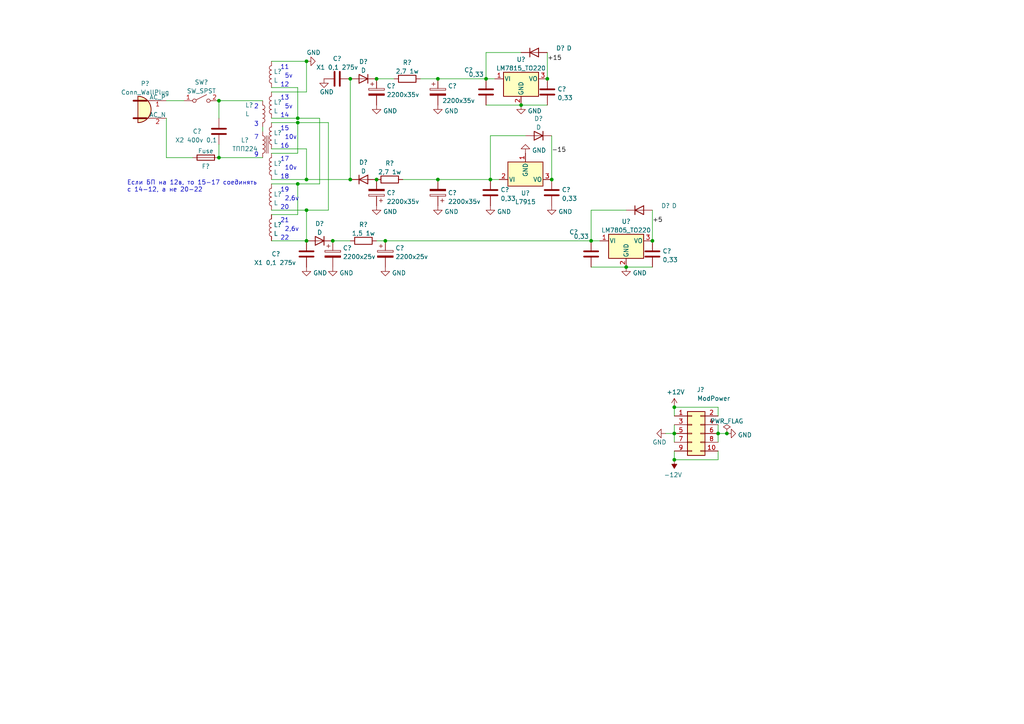
<source format=kicad_sch>
(kicad_sch (version 20211123) (generator eeschema)
  (paper "A4")
  (lib_symbols
    (symbol "Connector:Conn_WallPlug" (pin_names (offset 0))
      (property "Reference" "P" (at -1.27 4.445 0))
      (property "Value" "Conn_WallPlug" (at -5.715 0 90))
      (symbol "Conn_WallPlug_0_1"
        (arc (start -3.175 -3.81) (mid 0.635 0) (end -3.175 3.81) (stroke (width 0.254)) (fill (type background)))
        (polyline (pts (xy -4.445 -2.54) (xy -0.635 -2.54)) (stroke (width 0.508)))
        (polyline (pts (xy -4.445 2.54) (xy -0.635 2.54)) (stroke (width 0.508)))
        (polyline (pts (xy -3.175 -3.81) (xy -3.175 3.81)) (stroke (width 0.254)))
        (polyline (pts (xy -0.635 -2.54) (xy 2.54 -2.54)))
        (polyline (pts (xy -0.635 2.54) (xy 2.54 2.54)))
      )
      (symbol "Conn_WallPlug_1_1"
        (pin power_out line (at 5.08 2.54 180) (length 5.08) (name "AC_P") (number "1"))
        (pin power_out line (at 5.08 -2.54 180) (length 5.08) (name "AC_N") (number "2"))
      )
    )
    (symbol "Connector_Generic:Conn_02x05_Odd_Even" (pin_names (offset 1.016) hide)
      (property "Reference" "J" (at 1.27 7.62 0))
      (property "Value" "Conn_02x05_Odd_Even" (at 1.27 -7.62 0))
      (symbol "Conn_02x05_Odd_Even_1_1"
        (rectangle (start -1.27 -4.953) (end 0 -5.207) (stroke (width 0.1524)))
        (rectangle (start -1.27 -2.413) (end 0 -2.667) (stroke (width 0.1524)))
        (rectangle (start -1.27 0.127) (end 0 -0.127) (stroke (width 0.1524)))
        (rectangle (start -1.27 2.667) (end 0 2.413) (stroke (width 0.1524)))
        (rectangle (start -1.27 5.207) (end 0 4.953) (stroke (width 0.1524)))
        (rectangle (start -1.27 6.35) (end 3.81 -6.35) (stroke (width 0.254)) (fill (type background)))
        (rectangle (start 3.81 -4.953) (end 2.54 -5.207) (stroke (width 0.1524)))
        (rectangle (start 3.81 -2.413) (end 2.54 -2.667) (stroke (width 0.1524)))
        (rectangle (start 3.81 0.127) (end 2.54 -0.127) (stroke (width 0.1524)))
        (rectangle (start 3.81 2.667) (end 2.54 2.413) (stroke (width 0.1524)))
        (rectangle (start 3.81 5.207) (end 2.54 4.953) (stroke (width 0.1524)))
        (pin passive line (at -5.08 5.08 0) (length 3.81) (name "Pin_1") (number "1"))
        (pin passive line (at 7.62 -5.08 180) (length 3.81) (name "Pin_10") (number "10"))
        (pin passive line (at 7.62 5.08 180) (length 3.81) (name "Pin_2") (number "2"))
        (pin passive line (at -5.08 2.54 0) (length 3.81) (name "Pin_3") (number "3"))
        (pin passive line (at 7.62 2.54 180) (length 3.81) (name "Pin_4") (number "4"))
        (pin passive line (at -5.08 0 0) (length 3.81) (name "Pin_5") (number "5"))
        (pin passive line (at 7.62 0 180) (length 3.81) (name "Pin_6") (number "6"))
        (pin passive line (at -5.08 -2.54 0) (length 3.81) (name "Pin_7") (number "7"))
        (pin passive line (at 7.62 -2.54 180) (length 3.81) (name "Pin_8") (number "8"))
        (pin passive line (at -5.08 -5.08 0) (length 3.81) (name "Pin_9") (number "9"))
      )
    )
    (symbol "Device:C" (pin_numbers hide) (pin_names (offset 0.254))
      (property "Reference" "C" (at 0.635 2.54 0))
      (property "Value" "C" (at 0.635 -2.54 0))
      (symbol "C_0_1"
        (polyline (pts (xy -2.032 -0.762) (xy 2.032 -0.762)) (stroke (width 0.508)))
        (polyline (pts (xy -2.032 0.762) (xy 2.032 0.762)) (stroke (width 0.508)))
      )
      (symbol "C_1_1"
        (pin passive line (at 0 3.81 270) (length 2.794) (name "~") (number "1"))
        (pin passive line (at 0 -3.81 90) (length 2.794) (name "~") (number "2"))
      )
    )
    (symbol "Device:C_Polarized" (pin_numbers hide) (pin_names (offset 0.254))
      (property "Reference" "C" (at 0.635 2.54 0))
      (property "Value" "C_Polarized" (at 0.635 -2.54 0))
      (symbol "C_Polarized_0_1"
        (rectangle (start -2.286 0.508) (end 2.286 1.016))
        (polyline (pts (xy -1.778 2.286) (xy -0.762 2.286)))
        (polyline (pts (xy -1.27 2.794) (xy -1.27 1.778)))
        (rectangle (start 2.286 -0.508) (end -2.286 -1.016) (fill (type outline)))
      )
      (symbol "C_Polarized_1_1"
        (pin passive line (at 0 3.81 270) (length 2.794) (name "~") (number "1"))
        (pin passive line (at 0 -3.81 90) (length 2.794) (name "~") (number "2"))
      )
    )
    (symbol "Device:D" (pin_numbers hide) (pin_names (offset 1.016) hide)
      (property "Reference" "D" (at 0 2.54 0))
      (property "Value" "D" (at 0 -2.54 0))
      (symbol "D_0_1"
        (polyline (pts (xy -1.27 1.27) (xy -1.27 -1.27)) (stroke (width 0.254)))
        (polyline (pts (xy 1.27 0) (xy -1.27 0)))
        (polyline (pts (xy 1.27 1.27) (xy 1.27 -1.27) (xy -1.27 0) (xy 1.27 1.27)) (stroke (width 0.254)))
      )
      (symbol "D_1_1"
        (pin passive line (at -3.81 0 0) (length 2.54) (name "K") (number "1"))
        (pin passive line (at 3.81 0 180) (length 2.54) (name "A") (number "2"))
      )
    )
    (symbol "Device:Fuse" (pin_numbers hide) (pin_names (offset 0))
      (property "Reference" "F" (at 2.032 0 90))
      (property "Value" "Fuse" (at -1.905 0 90))
      (symbol "Fuse_0_1"
        (rectangle (start -0.762 -2.54) (end 0.762 2.54) (stroke (width 0.254)))
        (polyline (pts (xy 0 2.54) (xy 0 -2.54)))
      )
      (symbol "Fuse_1_1"
        (pin passive line (at 0 3.81 270) (length 1.27) (name "~") (number "1"))
        (pin passive line (at 0 -3.81 90) (length 1.27) (name "~") (number "2"))
      )
    )
    (symbol "Device:L" (pin_numbers hide) (pin_names (offset 1.016) hide)
      (property "Reference" "L" (at -1.27 0 90))
      (property "Value" "L" (at 1.905 0 90))
      (symbol "L_0_1"
        (arc (start 0 -2.54) (mid 0.635 -1.905) (end 0 -1.27))
        (arc (start 0 -1.27) (mid 0.635 -0.635) (end 0 0))
        (arc (start 0 0) (mid 0.635 0.635) (end 0 1.27))
        (arc (start 0 1.27) (mid 0.635 1.905) (end 0 2.54))
      )
      (symbol "L_1_1"
        (pin passive line (at 0 3.81 270) (length 1.27) (name "1") (number "1"))
        (pin passive line (at 0 -3.81 90) (length 1.27) (name "2") (number "2"))
      )
    )
    (symbol "Device:L_Iron" (pin_numbers hide) (pin_names (offset 1.016) hide)
      (property "Reference" "L" (at -1.27 0 90))
      (property "Value" "L_Iron" (at 2.794 0 90))
      (symbol "L_Iron_0_1"
        (arc (start 0 -2.54) (mid 0.635 -1.905) (end 0 -1.27))
        (arc (start 0 -1.27) (mid 0.635 -0.635) (end 0 0))
        (polyline (pts (xy 1.016 2.54) (xy 1.016 -2.54)))
        (polyline (pts (xy 1.524 -2.54) (xy 1.524 2.54)))
        (arc (start 0 0) (mid 0.635 0.635) (end 0 1.27))
        (arc (start 0 1.27) (mid 0.635 1.905) (end 0 2.54))
      )
      (symbol "L_Iron_1_1"
        (pin passive line (at 0 3.81 270) (length 1.27) (name "1") (number "1"))
        (pin passive line (at 0 -3.81 90) (length 1.27) (name "2") (number "2"))
      )
    )
    (symbol "Device:R" (pin_numbers hide) (pin_names (offset 0))
      (property "Reference" "R" (at 2.032 0 90))
      (property "Value" "R" (at 0 0 90))
      (symbol "R_0_1"
        (rectangle (start -1.016 -2.54) (end 1.016 2.54) (stroke (width 0.254)))
      )
      (symbol "R_1_1"
        (pin passive line (at 0 3.81 270) (length 1.27) (name "~") (number "1"))
        (pin passive line (at 0 -3.81 90) (length 1.27) (name "~") (number "2"))
      )
    )
    (symbol "Regulator_Linear:L7915" (pin_names (offset 0.254))
      (property "Reference" "U" (at -3.81 -3.175 0))
      (property "Value" "L7915" (at 0 -3.175 0))
      (symbol "L7915_0_1"
        (rectangle (start -5.08 5.08) (end 5.08 -1.905) (stroke (width 0.254)) (fill (type background)))
      )
      (symbol "L7915_1_1"
        (pin power_in line (at 0 7.62 270) (length 2.54) (name "GND") (number "1"))
        (pin power_in line (at -7.62 0 0) (length 2.54) (name "VI") (number "2"))
        (pin power_out line (at 7.62 0 180) (length 2.54) (name "VO") (number "3"))
      )
    )
    (symbol "Regulator_Linear:LM7805_TO220" (pin_names (offset 0.254))
      (property "Reference" "U" (at -3.81 3.175 0))
      (property "Value" "LM7805_TO220" (at 0 3.175 0))
      (symbol "LM7805_TO220_0_1"
        (rectangle (start -5.08 1.905) (end 5.08 -5.08) (stroke (width 0.254)) (fill (type background)))
      )
      (symbol "LM7805_TO220_1_1"
        (pin power_in line (at -7.62 0 0) (length 2.54) (name "VI") (number "1"))
        (pin power_in line (at 0 -7.62 90) (length 2.54) (name "GND") (number "2"))
        (pin power_out line (at 7.62 0 180) (length 2.54) (name "VO") (number "3"))
      )
    )
    (symbol "Regulator_Linear:LM7815_TO220" (pin_names (offset 0.254))
      (property "Reference" "U" (at -3.81 3.175 0))
      (property "Value" "LM7815_TO220" (at 0 3.175 0))
      (symbol "LM7815_TO220_0_1"
        (rectangle (start -5.08 1.905) (end 5.08 -5.08) (stroke (width 0.254)) (fill (type background)))
      )
      (symbol "LM7815_TO220_1_1"
        (pin power_in line (at -7.62 0 0) (length 2.54) (name "VI") (number "1"))
        (pin power_in line (at 0 -7.62 90) (length 2.54) (name "GND") (number "2"))
        (pin power_out line (at 7.62 0 180) (length 2.54) (name "VO") (number "3"))
      )
    )
    (symbol "Switch:SW_SPST" (pin_names (offset 0) hide)
      (property "Reference" "SW" (at 0 3.175 0))
      (property "Value" "SW_SPST" (at 0 -2.54 0))
      (symbol "SW_SPST_0_0"
        (circle (center -2.032 0) (radius 0.508))
        (polyline (pts (xy -1.524 0.254) (xy 1.524 1.778)))
        (circle (center 2.032 0) (radius 0.508))
      )
      (symbol "SW_SPST_1_1"
        (pin passive line (at -5.08 0 0) (length 2.54) (name "A") (number "1"))
        (pin passive line (at 5.08 0 180) (length 2.54) (name "B") (number "2"))
      )
    )
    (symbol "power:+12V" (power) (pin_names (offset 0))
      (property "Value" "+12V" (at 0 3.556 0))
      (symbol "+12V_0_1"
        (polyline (pts (xy -0.762 1.27) (xy 0 2.54)))
        (polyline (pts (xy 0 0) (xy 0 2.54)))
        (polyline (pts (xy 0 2.54) (xy 0.762 1.27)))
      )
      (symbol "+12V_1_1"
        (pin power_in line (at 0 0 90) (length 0) hide (name "+12V") (number "1"))
      )
    )
    (symbol "power:-12V" (power) (pin_names (offset 0))
      (property "Value" "-12V" (at 0 3.81 0))
      (symbol "-12V_0_0"
        (pin power_in line (at 0 0 90) (length 0) hide (name "-12V") (number "1"))
      )
      (symbol "-12V_0_1"
        (polyline (pts (xy 0 0) (xy 0 1.27) (xy 0.762 1.27) (xy 0 2.54) (xy -0.762 1.27) (xy 0 1.27)) (fill (type outline)))
      )
    )
    (symbol "power:GND" (power) (pin_names (offset 0))
      (property "Value" "GND" (at 0 -3.81 0))
      (symbol "GND_0_1"
        (polyline (pts (xy 0 0) (xy 0 -1.27) (xy 1.27 -1.27) (xy 0 -2.54) (xy -1.27 -1.27) (xy 0 -1.27)))
      )
      (symbol "GND_1_1"
        (pin power_in line (at 0 0 270) (length 0) hide (name "GND") (number "1"))
      )
    )
    (symbol "power:PWR_FLAG" (power) (pin_numbers hide) (pin_names (offset 0) hide)
      (property "Value" "PWR_FLAG" (at 0 3.81 0))
      (symbol "PWR_FLAG_0_0"
        (pin power_out line (at 0 0 90) (length 0) (name "pwr") (number "1"))
      )
      (symbol "PWR_FLAG_0_1"
        (polyline (pts (xy 0 0) (xy 0 1.27) (xy -1.016 1.905) (xy 0 2.54) (xy 1.016 1.905) (xy 0 1.27)))
      )
    )
  )
  (junction (at 86.36 53.34))
  (junction (at 63.5 45.72))
  (junction (at 88.9 60.96))
  (junction (at 210.82 125.73))
  (junction (at 195.58 133.35))
  (junction (at 142.24 52.07))
  (junction (at 88.9 17.78))
  (junction (at 88.9 69.85))
  (junction (at 101.6 22.86))
  (junction (at 160.02 52.07))
  (junction (at 195.58 125.73))
  (junction (at 189.23 69.85))
  (junction (at 109.22 52.07))
  (junction (at 195.58 118.11))
  (junction (at 63.5 29.21))
  (junction (at 109.22 22.86))
  (junction (at 208.28 125.73))
  (junction (at 88.9 52.07))
  (junction (at 151.13 30.48))
  (junction (at 96.52 69.85))
  (junction (at 181.61 77.47))
  (junction (at 101.6 52.07))
  (junction (at 127 52.07))
  (junction (at 111.76 69.85))
  (junction (at 140.97 22.86))
  (junction (at 171.45 69.85))
  (junction (at 158.75 22.86))
  (junction (at 127 22.86))
  (junction (at 86.36 34.29))
  (junction (at 86.36 35.56))
  (wire (pts (xy 208.28 125.73) (xy 208.28 128.27)))
  (wire (pts (xy 63.5 29.21) (xy 63.5 34.29)))
  (wire (pts (xy 88.9 26.67) (xy 88.9 17.78)))
  (wire (pts (xy 142.24 52.07) (xy 144.78 52.07)))
  (wire (pts (xy 208.28 123.19) (xy 208.28 125.73)))
  (wire (pts (xy 121.92 22.86) (xy 127 22.86)))
  (wire (pts (xy 88.9 69.85) (xy 88.9 60.96)))
  (wire (pts (xy 181.61 77.47) (xy 189.23 77.47)))
  (wire (pts (xy 127 22.86) (xy 140.97 22.86)))
  (wire (pts (xy 140.97 30.48) (xy 151.13 30.48)))
  (wire (pts (xy 152.4 39.37) (xy 142.24 39.37)))
  (wire (pts (xy 208.28 133.35) (xy 208.28 130.81)))
  (wire (pts (xy 78.74 44.45) (xy 86.36 44.45)))
  (wire (pts (xy 92.71 53.34) (xy 86.36 53.34)))
  (wire (pts (xy 158.75 15.24) (xy 158.75 22.86)))
  (wire (pts (xy 127 52.07) (xy 142.24 52.07)))
  (wire (pts (xy 171.45 69.85) (xy 173.99 69.85)))
  (wire (pts (xy 195.58 120.65) (xy 195.58 118.11)))
  (wire (pts (xy 88.9 60.96) (xy 95.25 60.96)))
  (wire (pts (xy 86.36 35.56) (xy 95.25 35.56)))
  (wire (pts (xy 76.2 29.21) (xy 63.5 29.21)))
  (wire (pts (xy 88.9 60.96) (xy 78.74 60.96)))
  (wire (pts (xy 140.97 15.24) (xy 140.97 22.86)))
  (wire (pts (xy 76.2 36.83) (xy 76.2 38.1)))
  (wire (pts (xy 101.6 22.86) (xy 101.6 52.07)))
  (wire (pts (xy 101.6 69.85) (xy 96.52 69.85)))
  (wire (pts (xy 171.45 77.47) (xy 181.61 77.47)))
  (wire (pts (xy 95.25 60.96) (xy 95.25 35.56)))
  (wire (pts (xy 78.74 62.23) (xy 86.36 62.23)))
  (wire (pts (xy 86.36 34.29) (xy 92.71 34.29)))
  (wire (pts (xy 48.26 29.21) (xy 53.34 29.21)))
  (wire (pts (xy 78.74 69.85) (xy 88.9 69.85)))
  (wire (pts (xy 109.22 69.85) (xy 111.76 69.85)))
  (wire (pts (xy 111.76 69.85) (xy 171.45 69.85)))
  (wire (pts (xy 86.36 62.23) (xy 86.36 53.34)))
  (wire (pts (xy 86.36 53.34) (xy 78.74 53.34)))
  (wire (pts (xy 195.58 125.73) (xy 195.58 128.27)))
  (wire (pts (xy 86.36 44.45) (xy 86.36 35.56)))
  (wire (pts (xy 140.97 22.86) (xy 143.51 22.86)))
  (wire (pts (xy 116.84 52.07) (xy 127 52.07)))
  (wire (pts (xy 63.5 45.72) (xy 76.2 45.72)))
  (wire (pts (xy 195.58 123.19) (xy 195.58 125.73)))
  (wire (pts (xy 208.28 118.11) (xy 208.28 120.65)))
  (wire (pts (xy 195.58 130.81) (xy 195.58 133.35)))
  (wire (pts (xy 48.26 45.72) (xy 55.88 45.72)))
  (wire (pts (xy 92.71 34.29) (xy 92.71 53.34)))
  (wire (pts (xy 160.02 39.37) (xy 160.02 52.07)))
  (wire (pts (xy 171.45 60.96) (xy 171.45 69.85)))
  (wire (pts (xy 86.36 34.29) (xy 86.36 25.4)))
  (wire (pts (xy 88.9 17.78) (xy 78.74 17.78)))
  (wire (pts (xy 109.22 22.86) (xy 114.3 22.86)))
  (wire (pts (xy 193.04 125.73) (xy 195.58 125.73)))
  (wire (pts (xy 151.13 15.24) (xy 140.97 15.24)))
  (wire (pts (xy 142.24 39.37) (xy 142.24 52.07)))
  (wire (pts (xy 181.61 60.96) (xy 171.45 60.96)))
  (wire (pts (xy 86.36 35.56) (xy 78.74 35.56)))
  (wire (pts (xy 195.58 118.11) (xy 208.28 118.11)))
  (wire (pts (xy 86.36 25.4) (xy 78.74 25.4)))
  (wire (pts (xy 63.5 41.91) (xy 63.5 45.72)))
  (wire (pts (xy 88.9 52.07) (xy 101.6 52.07)))
  (wire (pts (xy 78.74 26.67) (xy 88.9 26.67)))
  (wire (pts (xy 189.23 60.96) (xy 189.23 69.85)))
  (wire (pts (xy 48.26 34.29) (xy 48.26 45.72)))
  (wire (pts (xy 78.74 52.07) (xy 88.9 52.07)))
  (wire (pts (xy 88.9 52.07) (xy 88.9 43.18)))
  (wire (pts (xy 195.58 133.35) (xy 208.28 133.35)))
  (wire (pts (xy 78.74 43.18) (xy 88.9 43.18)))
  (wire (pts (xy 78.74 34.29) (xy 86.36 34.29)))
  (wire (pts (xy 208.28 125.73) (xy 210.82 125.73)))
  (wire (pts (xy 151.13 30.48) (xy 158.75 30.48)))
  (text "2,6v" (at 82.55 58.42 0) (effects (font (size 1.27 1.27)) (justify left bottom)))
  (text "5v" (at 82.55 31.75 0) (effects (font (size 1.27 1.27)) (justify left bottom)))
  (text "13" (at 81.28 29.21 0) (effects (font (size 1.27 1.27)) (justify left bottom)))
  (text "14" (at 81.28 34.29 0) (effects (font (size 1.27 1.27)) (justify left bottom)))
  (text "19" (at 81.28 55.88 0) (effects (font (size 1.27 1.27)) (justify left bottom)))
  (text "10v" (at 82.55 49.53 0) (effects (font (size 1.27 1.27)) (justify left bottom)))
  (text "17" (at 81.28 46.99 0) (effects (font (size 1.27 1.27)) (justify left bottom)))
  (text "2" (at 73.66 31.75 0) (effects (font (size 1.27 1.27)) (justify left bottom)))
  (text "16" (at 81.28 43.18 0) (effects (font (size 1.27 1.27)) (justify left bottom)))
  (text "12" (at 81.28 25.4 0) (effects (font (size 1.27 1.27)) (justify left bottom)))
  (text "20" (at 81.28 60.96 0) (effects (font (size 1.27 1.27)) (justify left bottom)))
  (text "22" (at 81.28 69.85 0) (effects (font (size 1.27 1.27)) (justify left bottom)))
  (text "18" (at 81.28 52.07 0) (effects (font (size 1.27 1.27)) (justify left bottom)))
  (text "3" (at 73.66 36.83 0) (effects (font (size 1.27 1.27)) (justify left bottom)))
  (text "11" (at 81.28 20.32 0) (effects (font (size 1.27 1.27)) (justify left bottom)))
  (text "10v" (at 82.55 40.64 0) (effects (font (size 1.27 1.27)) (justify left bottom)))
  (text "21" (at 81.28 64.77 0) (effects (font (size 1.27 1.27)) (justify left bottom)))
  (text "15" (at 81.28 38.1 0) (effects (font (size 1.27 1.27)) (justify left bottom)))
  (text "Если БП на 12в, то 15-17 соединять \nс 14-12, а не 20-22" (at 36.83 55.88 0) (effects (font (size 1.27 1.27)) (justify left bottom)))
  (text "9" (at 73.66 45.72 0) (effects (font (size 1.27 1.27)) (justify left bottom)))
  (text "2,6v" (at 82.55 67.31 0) (effects (font (size 1.27 1.27)) (justify left bottom)))
  (text "7" (at 73.66 40.64 0) (effects (font (size 1.27 1.27)) (justify left bottom)))
  (text "5v" (at 82.55 22.86 0) (effects (font (size 1.27 1.27)) (justify left bottom)))
  (label "-15" (at 160.02 44.45 0))
  (label "+5" (at 189.23 64.77 0))
  (label "+15" (at 158.75 17.78 0))
  (symbol (lib_id "power:GND") (at 151.13 30.48 0) (unit 1)
    (property "Reference" "#PWR?" (effects hide))
    (property "Value" "GND" (at 153.035 32.1838 0) (effects (justify left)))
  )
  (symbol (lib_id "power:-12V") (at 195.58 133.35 180) (unit 1)
    (property "Reference" "#PWR?" (effects hide))
    (property "Value" "-12V" (at 195.199 137.7442 0))
  )
  (symbol (lib_id "power:GND") (at 152.4 44.45 180) (unit 1)
    (property "Reference" "#PWR?" (effects hide))
    (property "Value" "GND" (at 154.305 43.6138 0) (effects (justify right)))
  )
  (symbol (lib_id "Connector_Generic:Conn_02x05_Odd_Even") (at 200.66 125.73 0) (unit 1)
    (property "Reference" "J?" (at 203.2 113.03 0))
    (property "Value" "ModPower" (at 207.01 115.57 0))
    (property "Footprint" "Connector_PinHeader_2.54mm:PinHeader_2x05_P2.54mm_Vertical" (effects hide))
  )
  (symbol (lib_id "Device:L") (at 78.74 57.15 180) (unit 1)
    (property "Reference" "L?" (at 79.375 56.3153 0) (effects (justify right)))
    (property "Value" "L" (at 79.375 58.8522 0) (effects (justify right)))
  )
  (symbol (lib_id "Device:R") (at 105.41 69.85 90) (unit 1)
    (property "Reference" "R?" (at 105.41 65.1342 90))
    (property "Value" "1,5 1w" (at 105.41 67.6711 90))
  )
  (symbol (lib_id "power:GND") (at 127 59.69 0) (unit 1)
    (property "Reference" "#PWR?" (effects hide))
    (property "Value" "GND" (at 128.905 61.3938 0) (effects (justify left)))
  )
  (symbol (lib_id "power:+12V") (at 195.58 118.11 0) (unit 1)
    (property "Reference" "#PWR?" (effects hide))
    (property "Value" "+12V" (at 195.961 113.7158 0))
  )
  (symbol (lib_id "Device:D") (at 105.41 52.07 0) (unit 1)
    (property "Reference" "D?" (at 105.41 47.1002 0))
    (property "Value" "D" (at 105.41 49.6371 0))
  )
  (symbol (lib_id "Device:L_Iron") (at 76.2 41.91 0) (unit 1)
    (property "Reference" "L?" (at 69.85 40.64 0) (effects (justify left)))
    (property "Value" "ТПП224" (at 67.31 43.18 0) (effects (justify left)))
  )
  (symbol (lib_id "Device:C") (at 88.9 73.66 0) (unit 1)
    (property "Reference" "C?" (at 78.74 73.66 0) (effects (justify left)))
    (property "Value" "X1 0,1 275v" (at 73.66 76.2 0) (effects (justify left)))
  )
  (symbol (lib_id "Device:C_Polarized") (at 127 55.88 180) (unit 1)
    (property "Reference" "C?" (at 129.921 55.9343 0) (effects (justify right)))
    (property "Value" "2200x35v" (at 129.921 58.4712 0) (effects (justify right)))
  )
  (symbol (lib_id "Device:D") (at 154.94 15.24 0) (unit 1)
    (property "Reference" "D?" (at 162.56 13.97 0))
    (property "Value" "D" (at 165.1 13.97 0))
  )
  (symbol (lib_id "Device:C") (at 189.23 73.66 0) (unit 1)
    (property "Reference" "C?" (at 192.151 72.8253 0) (effects (justify left)))
    (property "Value" "0,33" (at 192.151 75.3622 0) (effects (justify left)))
  )
  (symbol (lib_id "power:GND") (at 142.24 59.69 0) (unit 1)
    (property "Reference" "#PWR?" (effects hide))
    (property "Value" "GND" (at 144.145 61.3938 0) (effects (justify left)))
  )
  (symbol (lib_id "power:GND") (at 111.76 77.47 0) (unit 1)
    (property "Reference" "#PWR?" (effects hide))
    (property "Value" "GND" (at 113.665 79.1738 0) (effects (justify left)))
  )
  (symbol (lib_id "Device:L") (at 78.74 48.26 180) (unit 1)
    (property "Reference" "L?" (at 79.375 47.4253 0) (effects (justify right)))
    (property "Value" "L" (at 79.375 49.9622 0) (effects (justify right)))
  )
  (symbol (lib_id "Device:C_Polarized") (at 109.22 26.67 0) (unit 1)
    (property "Reference" "C?" (at 112.141 24.9463 0) (effects (justify left)))
    (property "Value" "2200x35v" (at 112.141 27.4832 0) (effects (justify left)))
  )
  (symbol (lib_id "power:GND") (at 193.04 125.73 270) (unit 1)
    (property "Reference" "#PWR?" (effects hide))
    (property "Value" "GND" (at 189.23 128.27 90) (effects (justify left)))
  )
  (symbol (lib_id "power:GND") (at 88.9 77.47 0) (unit 1)
    (property "Reference" "#PWR?" (effects hide))
    (property "Value" "GND" (at 90.805 79.1738 0) (effects (justify left)))
  )
  (symbol (lib_id "Device:D") (at 92.71 69.85 180) (unit 1)
    (property "Reference" "D?" (at 92.71 64.8802 0))
    (property "Value" "D" (at 92.71 67.4171 0))
  )
  (symbol (lib_id "Device:L") (at 78.74 66.04 180) (unit 1)
    (property "Reference" "L?" (at 79.375 65.2053 0) (effects (justify right)))
    (property "Value" "L" (at 79.375 67.7422 0) (effects (justify right)))
  )
  (symbol (lib_id "Device:L") (at 78.74 30.48 180) (unit 1)
    (property "Reference" "L?" (at 79.375 29.6453 0) (effects (justify right)))
    (property "Value" "L" (at 79.375 32.1822 0) (effects (justify right)))
  )
  (symbol (lib_id "Device:R") (at 113.03 52.07 90) (unit 1)
    (property "Reference" "R?" (at 113.03 47.3542 90))
    (property "Value" "2,7 1w" (at 113.03 49.8911 90))
  )
  (symbol (lib_id "power:GND") (at 93.98 22.86 0) (unit 1)
    (property "Reference" "#PWR?" (effects hide))
    (property "Value" "GND" (at 92.71 26.67 0) (effects (justify left)))
  )
  (symbol (lib_id "power:GND") (at 88.9 17.78 90) (unit 1)
    (property "Reference" "#PWR?" (effects hide))
    (property "Value" "GND" (at 88.9 15.24 90) (effects (justify right)))
  )
  (symbol (lib_id "Device:C") (at 160.02 55.88 0) (unit 1)
    (property "Reference" "C?" (at 162.941 55.0453 0) (effects (justify left)))
    (property "Value" "0,33" (at 162.941 57.5822 0) (effects (justify left)))
  )
  (symbol (lib_id "Connector:Conn_WallPlug") (at 43.18 31.75 0) (unit 1)
    (property "Reference" "P?" (at 42.1005 24.2402 0))
    (property "Value" "Conn_WallPlug" (at 42.1005 26.7771 0))
  )
  (symbol (lib_id "Device:Fuse") (at 59.69 45.72 90) (unit 1)
    (property "Reference" "F?" (at 59.69 48.26 90))
    (property "Value" "Fuse" (at 59.69 43.7951 90))
  )
  (symbol (lib_id "Regulator_Linear:LM7815_TO220") (at 151.13 22.86 0) (unit 1)
    (property "Reference" "U?" (at 151.13 17.2552 0))
    (property "Value" "LM7815_TO220" (at 151.13 19.7921 0))
    (property "Footprint" "Package_TO_SOT_THT:TO-220-3_Vertical" (effects hide))
    (property "Datasheet" "https://www.onsemi.cn/PowerSolutions/document/MC7800-D.PDF" (effects hide))
  )
  (symbol (lib_id "Device:C_Polarized") (at 96.52 73.66 0) (unit 1)
    (property "Reference" "C?" (at 99.441 71.9363 0) (effects (justify left)))
    (property "Value" "2200x25v" (at 99.441 74.4732 0) (effects (justify left)))
  )
  (symbol (lib_id "Device:C") (at 140.97 26.67 0) (unit 1)
    (property "Reference" "C?" (at 134.62 20.32 0) (effects (justify left)))
    (property "Value" "0,33" (at 135.89 21.59 0) (effects (justify left)))
  )
  (symbol (lib_id "Regulator_Linear:L7915") (at 152.4 52.07 0) (unit 1)
    (property "Reference" "U?" (at 152.4 56.0054 0))
    (property "Value" "L7915" (at 152.4 58.5423 0))
    (property "Datasheet" "http://www.st.com/content/ccc/resource/technical/document/datasheet/c9/16/86/41/c7/2b/45/f2/CD00000450.pdf/files/CD00000450.pdf/jcr:content/translations/en.CD00000450.pdf" (effects hide))
  )
  (symbol (lib_id "Device:C") (at 171.45 73.66 0) (unit 1)
    (property "Reference" "C?" (at 165.1 67.31 0) (effects (justify left)))
    (property "Value" "0,33" (at 166.37 68.58 0) (effects (justify left)))
  )
  (symbol (lib_id "power:GND") (at 127 30.48 0) (unit 1)
    (property "Reference" "#PWR?" (effects hide))
    (property "Value" "GND" (at 128.905 32.1838 0) (effects (justify left)))
  )
  (symbol (lib_id "Switch:SW_SPST") (at 58.42 29.21 0) (unit 1)
    (property "Reference" "SW?" (at 58.42 23.8592 0))
    (property "Value" "SW_SPST" (at 58.42 26.3961 0))
  )
  (symbol (lib_id "power:GND") (at 181.61 77.47 0) (unit 1)
    (property "Reference" "#PWR?" (effects hide))
    (property "Value" "GND" (at 183.515 79.1738 0) (effects (justify left)))
  )
  (symbol (lib_id "Device:D") (at 185.42 60.96 0) (unit 1)
    (property "Reference" "D?" (at 193.04 59.69 0))
    (property "Value" "D" (at 195.58 59.69 0))
  )
  (symbol (lib_id "power:GND") (at 109.22 30.48 0) (unit 1)
    (property "Reference" "#PWR?" (effects hide))
    (property "Value" "GND" (at 111.125 32.1838 0) (effects (justify left)))
  )
  (symbol (lib_id "Device:C") (at 63.5 38.1 0) (unit 1)
    (property "Reference" "C?" (at 55.88 38.1 0) (effects (justify left)))
    (property "Value" "X2 400v 0,1" (at 50.8 40.64 0) (effects (justify left)))
  )
  (symbol (lib_id "Device:D") (at 156.21 39.37 180) (unit 1)
    (property "Reference" "D?" (at 156.21 34.4002 0))
    (property "Value" "D" (at 156.21 36.9371 0))
  )
  (symbol (lib_id "power:GND") (at 96.52 77.47 0) (unit 1)
    (property "Reference" "#PWR?" (effects hide))
    (property "Value" "GND" (at 98.425 79.1738 0) (effects (justify left)))
  )
  (symbol (lib_id "Device:C") (at 158.75 26.67 0) (unit 1)
    (property "Reference" "C?" (at 161.671 25.8353 0) (effects (justify left)))
    (property "Value" "0,33" (at 161.671 28.3722 0) (effects (justify left)))
  )
  (symbol (lib_id "Regulator_Linear:LM7805_TO220") (at 181.61 69.85 0) (unit 1)
    (property "Reference" "U?" (at 181.61 64.2452 0))
    (property "Value" "LM7805_TO220" (at 181.61 66.7821 0))
    (property "Footprint" "Package_TO_SOT_THT:TO-220-3_Vertical" (effects hide))
    (property "Datasheet" "https://www.onsemi.cn/PowerSolutions/document/MC7800-D.PDF" (effects hide))
  )
  (symbol (lib_id "power:GND") (at 109.22 59.69 0) (unit 1)
    (property "Reference" "#PWR?" (effects hide))
    (property "Value" "GND" (at 111.125 61.3938 0) (effects (justify left)))
  )
  (symbol (lib_id "Device:C_Polarized") (at 109.22 55.88 180) (unit 1)
    (property "Reference" "C?" (at 112.141 55.9343 0) (effects (justify right)))
    (property "Value" "2200x35v" (at 112.141 58.4712 0) (effects (justify right)))
  )
  (symbol (lib_id "Device:D") (at 105.41 22.86 180) (unit 1)
    (property "Reference" "D?" (at 105.41 17.8902 0))
    (property "Value" "D" (at 105.41 20.4271 0))
  )
  (symbol (lib_id "Device:L") (at 78.74 39.37 180) (unit 1)
    (property "Reference" "L?" (at 79.375 38.5353 0) (effects (justify right)))
    (property "Value" "L" (at 79.375 41.0722 0) (effects (justify right)))
  )
  (symbol (lib_id "Device:C") (at 142.24 55.88 0) (unit 1)
    (property "Reference" "C?" (at 145.161 55.0453 0) (effects (justify left)))
    (property "Value" "0,33" (at 145.161 57.5822 0) (effects (justify left)))
  )
  (symbol (lib_id "power:GND") (at 210.82 125.73 90) (unit 1)
    (property "Reference" "#PWR?" (effects hide))
    (property "Value" "GND" (at 213.995 126.1638 90) (effects (justify right)))
  )
  (symbol (lib_id "Device:C_Polarized") (at 111.76 73.66 0) (unit 1)
    (property "Reference" "C?" (at 114.681 71.9363 0) (effects (justify left)))
    (property "Value" "2200x25v" (at 114.681 74.4732 0) (effects (justify left)))
  )
  (symbol (lib_id "Device:R") (at 118.11 22.86 90) (unit 1)
    (property "Reference" "R?" (at 118.11 18.1442 90))
    (property "Value" "2,7 1w" (at 118.11 20.6811 90))
  )
  (symbol (lib_id "Device:C_Polarized") (at 127 26.67 0) (unit 1)
    (property "Reference" "C?" (at 129.921 24.9463 0) (effects (justify left)))
    (property "Value" "2200x35v" (at 128.27 29.21 0) (effects (justify left)))
  )
  (symbol (lib_id "Device:L") (at 76.2 33.02 0) (unit 1)
    (property "Reference" "L?" (at 71.12 30.48 0) (effects (justify left)))
    (property "Value" "L" (at 71.12 33.02 0) (effects (justify left)))
  )
  (symbol (lib_id "Device:L") (at 78.74 21.59 180) (unit 1)
    (property "Reference" "L?" (at 79.375 20.7553 0) (effects (justify right)))
    (property "Value" "L" (at 79.375 23.2922 0) (effects (justify right)))
  )
  (symbol (lib_id "Device:C") (at 97.79 22.86 90) (unit 1)
    (property "Reference" "C?" (at 97.79 17.0012 90))
    (property "Value" "X1 0,1 275v" (at 97.79 19.5381 90))
  )
  (symbol (lib_id "power:PWR_FLAG") (at 210.82 125.73 0) (unit 1)
    (property "Reference" "#FLG?" (effects hide))
    (property "Value" "PWR_FLAG" (at 210.82 122.1542 0))
  )
  (symbol (lib_id "power:GND") (at 160.02 59.69 0) (unit 1)
    (property "Reference" "#PWR?" (effects hide))
    (property "Value" "GND" (at 161.925 61.3938 0) (effects (justify left)))
  )
)
</source>
